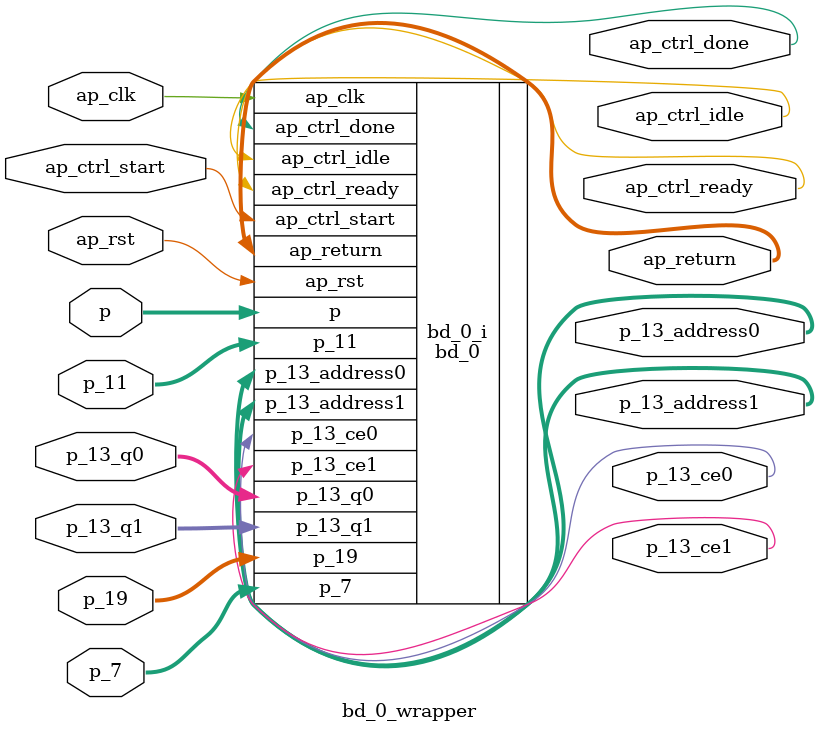
<source format=v>
`timescale 1 ps / 1 ps

module bd_0_wrapper
   (ap_clk,
    ap_ctrl_done,
    ap_ctrl_idle,
    ap_ctrl_ready,
    ap_ctrl_start,
    ap_return,
    ap_rst,
    p,
    p_11,
    p_13_address0,
    p_13_address1,
    p_13_ce0,
    p_13_ce1,
    p_13_q0,
    p_13_q1,
    p_19,
    p_7);
  input ap_clk;
  output ap_ctrl_done;
  output ap_ctrl_idle;
  output ap_ctrl_ready;
  input ap_ctrl_start;
  output [63:0]ap_return;
  input ap_rst;
  input [31:0]p;
  input [63:0]p_11;
  output [3:0]p_13_address0;
  output [3:0]p_13_address1;
  output p_13_ce0;
  output p_13_ce1;
  input [63:0]p_13_q0;
  input [63:0]p_13_q1;
  input [31:0]p_19;
  input [63:0]p_7;

  wire ap_clk;
  wire ap_ctrl_done;
  wire ap_ctrl_idle;
  wire ap_ctrl_ready;
  wire ap_ctrl_start;
  wire [63:0]ap_return;
  wire ap_rst;
  wire [31:0]p;
  wire [63:0]p_11;
  wire [3:0]p_13_address0;
  wire [3:0]p_13_address1;
  wire p_13_ce0;
  wire p_13_ce1;
  wire [63:0]p_13_q0;
  wire [63:0]p_13_q1;
  wire [31:0]p_19;
  wire [63:0]p_7;

  bd_0 bd_0_i
       (.ap_clk(ap_clk),
        .ap_ctrl_done(ap_ctrl_done),
        .ap_ctrl_idle(ap_ctrl_idle),
        .ap_ctrl_ready(ap_ctrl_ready),
        .ap_ctrl_start(ap_ctrl_start),
        .ap_return(ap_return),
        .ap_rst(ap_rst),
        .p(p),
        .p_11(p_11),
        .p_13_address0(p_13_address0),
        .p_13_address1(p_13_address1),
        .p_13_ce0(p_13_ce0),
        .p_13_ce1(p_13_ce1),
        .p_13_q0(p_13_q0),
        .p_13_q1(p_13_q1),
        .p_19(p_19),
        .p_7(p_7));
endmodule

</source>
